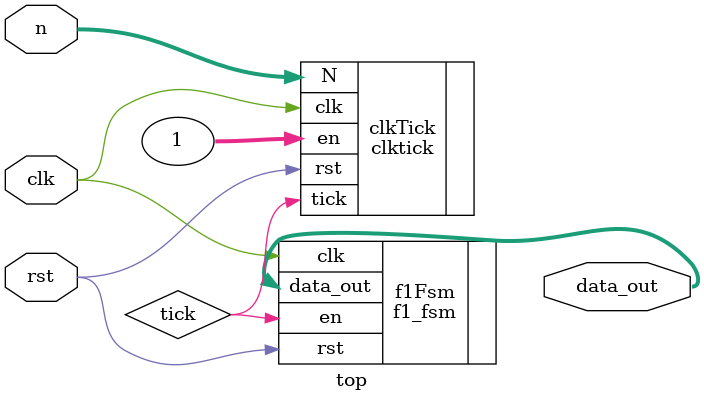
<source format=sv>
module top(
    input logic [15:0] n,
    input logic rst,
    input logic clk,
    output logic [7:0] data_out,
);

    logic tick;

    clktick clkTick(
        .clk(clk),
        .rst(rst),
        .en(1),
        .N(n),
        .tick(tick)
    );

    f1_fsm f1Fsm(
        .clk(clk),
        .en(tick),
        .rst(rst),
        .data_out(data_out)
    );

endmodule

</source>
